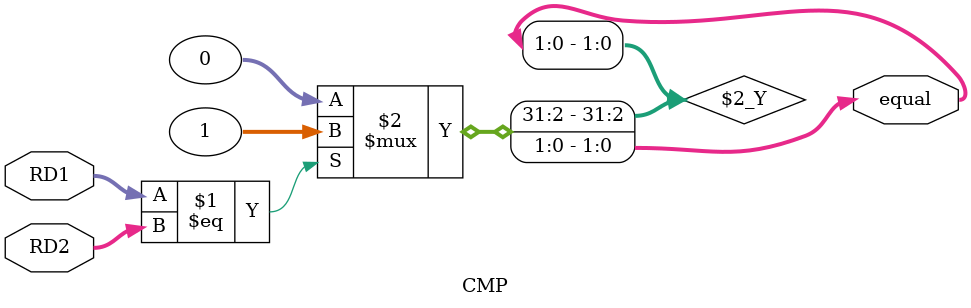
<source format=v>
`timescale 1ns / 1ps
module CMP(
    input [31:0] RD1,
    input [31:0] RD2,
    output [1:0] equal
    );
	 
	 assign equal = (RD1 == RD2) ? 1 : 0;


endmodule

</source>
